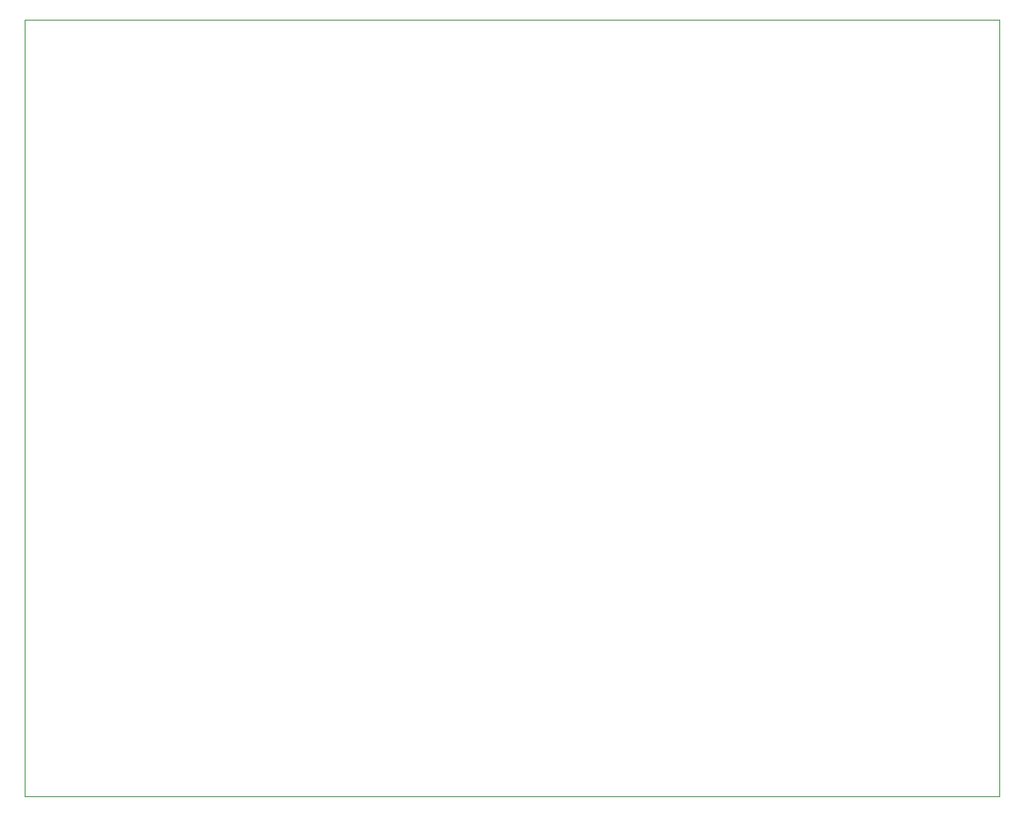
<source format=gbr>
%TF.GenerationSoftware,KiCad,Pcbnew,(5.1.10)-1*%
%TF.CreationDate,2021-09-28T21:44:29-07:00*%
%TF.ProjectId,TomasMendoza,546f6d61-734d-4656-9e64-6f7a612e6b69,rev?*%
%TF.SameCoordinates,Original*%
%TF.FileFunction,Profile,NP*%
%FSLAX46Y46*%
G04 Gerber Fmt 4.6, Leading zero omitted, Abs format (unit mm)*
G04 Created by KiCad (PCBNEW (5.1.10)-1) date 2021-09-28 21:44:29*
%MOMM*%
%LPD*%
G01*
G04 APERTURE LIST*
%TA.AperFunction,Profile*%
%ADD10C,0.100000*%
%TD*%
G04 APERTURE END LIST*
D10*
X217170000Y-66040000D02*
X217170000Y-146050000D01*
X116840000Y-66040000D02*
X217170000Y-66040000D01*
X116840000Y-146050000D02*
X116840000Y-66040000D01*
X217170000Y-146050000D02*
X116840000Y-146050000D01*
M02*

</source>
